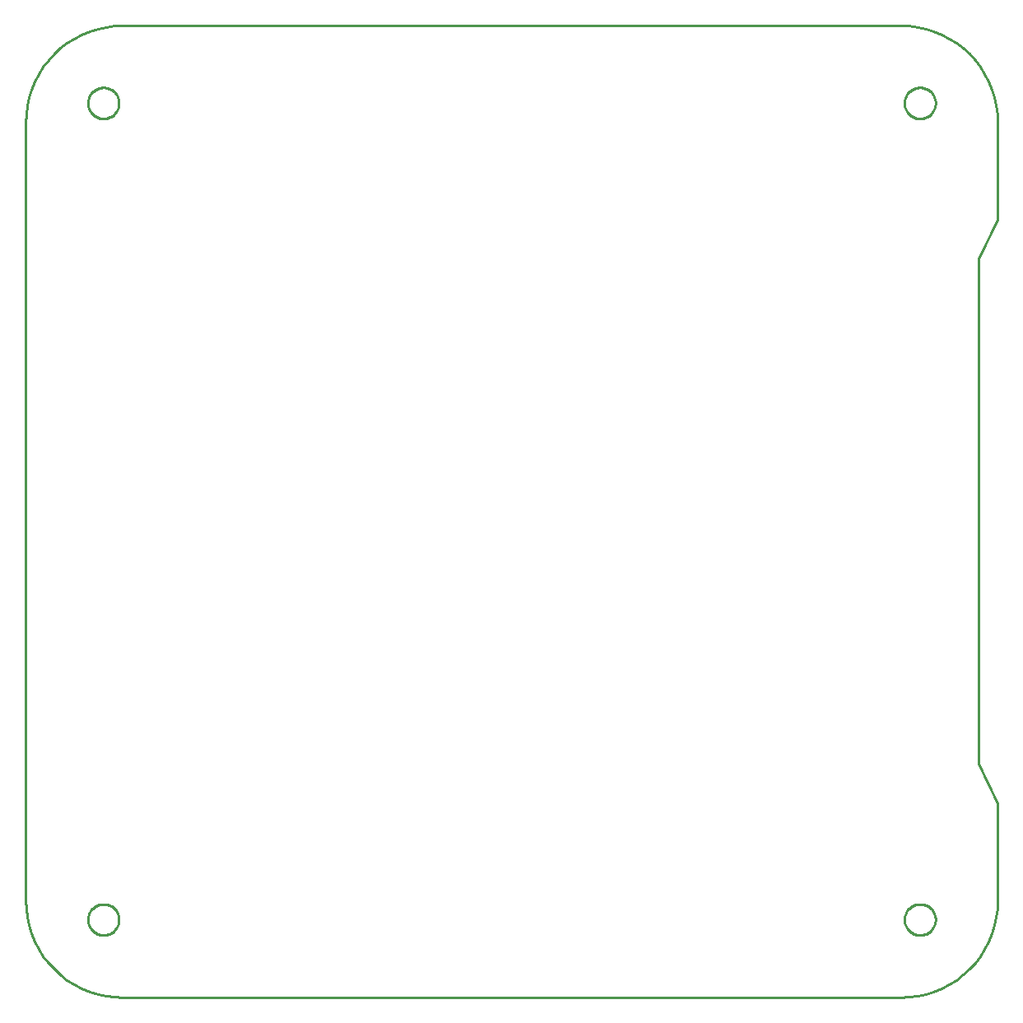
<source format=gbr>
G04 EAGLE Gerber RS-274X export*
G75*
%MOMM*%
%FSLAX34Y34*%
%LPD*%
%IN*%
%IPPOS*%
%AMOC8*
5,1,8,0,0,1.08239X$1,22.5*%
G01*
%ADD10C,0.254000*%


D10*
X0Y100000D02*
X381Y91284D01*
X1519Y82635D01*
X3407Y74118D01*
X6031Y65798D01*
X9369Y57738D01*
X13397Y50000D01*
X18085Y42642D01*
X23396Y35721D01*
X29289Y29289D01*
X35721Y23396D01*
X42642Y18085D01*
X50000Y13397D01*
X57738Y9369D01*
X65798Y6031D01*
X74118Y3407D01*
X82635Y1519D01*
X91284Y381D01*
X100000Y0D01*
X900000Y0D01*
X908716Y381D01*
X917365Y1519D01*
X925882Y3407D01*
X934202Y6031D01*
X942262Y9369D01*
X950000Y13397D01*
X957358Y18085D01*
X964279Y23396D01*
X970711Y29289D01*
X976604Y35721D01*
X981915Y42642D01*
X986603Y50000D01*
X990631Y57738D01*
X993969Y65798D01*
X996593Y74118D01*
X998481Y82635D01*
X999619Y91284D01*
X1000000Y100000D01*
X1000000Y200000D01*
X980000Y240000D01*
X980000Y760000D01*
X1000000Y800000D01*
X1000000Y900000D01*
X999619Y908716D01*
X998481Y917365D01*
X996593Y925882D01*
X993969Y934202D01*
X990631Y942262D01*
X986603Y950000D01*
X981915Y957358D01*
X976604Y964279D01*
X970711Y970711D01*
X964279Y976604D01*
X957358Y981915D01*
X950000Y986603D01*
X942262Y990631D01*
X934202Y993969D01*
X925882Y996593D01*
X917365Y998481D01*
X908716Y999619D01*
X900000Y1000000D01*
X100000Y1000000D01*
X91284Y999619D01*
X82635Y998481D01*
X74118Y996593D01*
X65798Y993969D01*
X57738Y990631D01*
X50000Y986603D01*
X42642Y981915D01*
X35721Y976604D01*
X29289Y970711D01*
X23396Y964279D01*
X18085Y957358D01*
X13397Y950000D01*
X9369Y942262D01*
X6031Y934202D01*
X3407Y925882D01*
X1519Y917365D01*
X381Y908716D01*
X0Y900000D01*
X0Y100000D01*
X96000Y919476D02*
X95932Y918431D01*
X95795Y917392D01*
X95590Y916365D01*
X95319Y915353D01*
X94983Y914361D01*
X94582Y913393D01*
X94118Y912454D01*
X93595Y911546D01*
X93013Y910675D01*
X92375Y909844D01*
X91684Y909057D01*
X90943Y908316D01*
X90156Y907625D01*
X89325Y906988D01*
X88454Y906406D01*
X87546Y905882D01*
X86607Y905418D01*
X85639Y905017D01*
X84647Y904681D01*
X83635Y904410D01*
X82608Y904205D01*
X81569Y904069D01*
X80524Y904000D01*
X79476Y904000D01*
X78431Y904069D01*
X77392Y904205D01*
X76365Y904410D01*
X75353Y904681D01*
X74361Y905017D01*
X73393Y905418D01*
X72454Y905882D01*
X71546Y906406D01*
X70675Y906988D01*
X69844Y907625D01*
X69057Y908316D01*
X68316Y909057D01*
X67625Y909844D01*
X66988Y910675D01*
X66406Y911546D01*
X65882Y912454D01*
X65418Y913393D01*
X65017Y914361D01*
X64681Y915353D01*
X64410Y916365D01*
X64205Y917392D01*
X64069Y918431D01*
X64000Y919476D01*
X64000Y920524D01*
X64069Y921569D01*
X64205Y922608D01*
X64410Y923635D01*
X64681Y924647D01*
X65017Y925639D01*
X65418Y926607D01*
X65882Y927546D01*
X66406Y928454D01*
X66988Y929325D01*
X67625Y930156D01*
X68316Y930943D01*
X69057Y931684D01*
X69844Y932375D01*
X70675Y933013D01*
X71546Y933595D01*
X72454Y934118D01*
X73393Y934582D01*
X74361Y934983D01*
X75353Y935319D01*
X76365Y935590D01*
X77392Y935795D01*
X78431Y935932D01*
X79476Y936000D01*
X80524Y936000D01*
X81569Y935932D01*
X82608Y935795D01*
X83635Y935590D01*
X84647Y935319D01*
X85639Y934983D01*
X86607Y934582D01*
X87546Y934118D01*
X88454Y933595D01*
X89325Y933013D01*
X90156Y932375D01*
X90943Y931684D01*
X91684Y930943D01*
X92375Y930156D01*
X93013Y929325D01*
X93595Y928454D01*
X94118Y927546D01*
X94582Y926607D01*
X94983Y925639D01*
X95319Y924647D01*
X95590Y923635D01*
X95795Y922608D01*
X95932Y921569D01*
X96000Y920524D01*
X96000Y919476D01*
X96000Y79476D02*
X95932Y78431D01*
X95795Y77392D01*
X95590Y76365D01*
X95319Y75353D01*
X94983Y74361D01*
X94582Y73393D01*
X94118Y72454D01*
X93595Y71546D01*
X93013Y70675D01*
X92375Y69844D01*
X91684Y69057D01*
X90943Y68316D01*
X90156Y67625D01*
X89325Y66988D01*
X88454Y66406D01*
X87546Y65882D01*
X86607Y65418D01*
X85639Y65017D01*
X84647Y64681D01*
X83635Y64410D01*
X82608Y64205D01*
X81569Y64069D01*
X80524Y64000D01*
X79476Y64000D01*
X78431Y64069D01*
X77392Y64205D01*
X76365Y64410D01*
X75353Y64681D01*
X74361Y65017D01*
X73393Y65418D01*
X72454Y65882D01*
X71546Y66406D01*
X70675Y66988D01*
X69844Y67625D01*
X69057Y68316D01*
X68316Y69057D01*
X67625Y69844D01*
X66988Y70675D01*
X66406Y71546D01*
X65882Y72454D01*
X65418Y73393D01*
X65017Y74361D01*
X64681Y75353D01*
X64410Y76365D01*
X64205Y77392D01*
X64069Y78431D01*
X64000Y79476D01*
X64000Y80524D01*
X64069Y81569D01*
X64205Y82608D01*
X64410Y83635D01*
X64681Y84647D01*
X65017Y85639D01*
X65418Y86607D01*
X65882Y87546D01*
X66406Y88454D01*
X66988Y89325D01*
X67625Y90156D01*
X68316Y90943D01*
X69057Y91684D01*
X69844Y92375D01*
X70675Y93013D01*
X71546Y93595D01*
X72454Y94118D01*
X73393Y94582D01*
X74361Y94983D01*
X75353Y95319D01*
X76365Y95590D01*
X77392Y95795D01*
X78431Y95932D01*
X79476Y96000D01*
X80524Y96000D01*
X81569Y95932D01*
X82608Y95795D01*
X83635Y95590D01*
X84647Y95319D01*
X85639Y94983D01*
X86607Y94582D01*
X87546Y94118D01*
X88454Y93595D01*
X89325Y93013D01*
X90156Y92375D01*
X90943Y91684D01*
X91684Y90943D01*
X92375Y90156D01*
X93013Y89325D01*
X93595Y88454D01*
X94118Y87546D01*
X94582Y86607D01*
X94983Y85639D01*
X95319Y84647D01*
X95590Y83635D01*
X95795Y82608D01*
X95932Y81569D01*
X96000Y80524D01*
X96000Y79476D01*
X936000Y79476D02*
X935932Y78431D01*
X935795Y77392D01*
X935590Y76365D01*
X935319Y75353D01*
X934983Y74361D01*
X934582Y73393D01*
X934118Y72454D01*
X933595Y71546D01*
X933013Y70675D01*
X932375Y69844D01*
X931684Y69057D01*
X930943Y68316D01*
X930156Y67625D01*
X929325Y66988D01*
X928454Y66406D01*
X927546Y65882D01*
X926607Y65418D01*
X925639Y65017D01*
X924647Y64681D01*
X923635Y64410D01*
X922608Y64205D01*
X921569Y64069D01*
X920524Y64000D01*
X919476Y64000D01*
X918431Y64069D01*
X917392Y64205D01*
X916365Y64410D01*
X915353Y64681D01*
X914361Y65017D01*
X913393Y65418D01*
X912454Y65882D01*
X911546Y66406D01*
X910675Y66988D01*
X909844Y67625D01*
X909057Y68316D01*
X908316Y69057D01*
X907625Y69844D01*
X906988Y70675D01*
X906406Y71546D01*
X905882Y72454D01*
X905418Y73393D01*
X905017Y74361D01*
X904681Y75353D01*
X904410Y76365D01*
X904205Y77392D01*
X904069Y78431D01*
X904000Y79476D01*
X904000Y80524D01*
X904069Y81569D01*
X904205Y82608D01*
X904410Y83635D01*
X904681Y84647D01*
X905017Y85639D01*
X905418Y86607D01*
X905882Y87546D01*
X906406Y88454D01*
X906988Y89325D01*
X907625Y90156D01*
X908316Y90943D01*
X909057Y91684D01*
X909844Y92375D01*
X910675Y93013D01*
X911546Y93595D01*
X912454Y94118D01*
X913393Y94582D01*
X914361Y94983D01*
X915353Y95319D01*
X916365Y95590D01*
X917392Y95795D01*
X918431Y95932D01*
X919476Y96000D01*
X920524Y96000D01*
X921569Y95932D01*
X922608Y95795D01*
X923635Y95590D01*
X924647Y95319D01*
X925639Y94983D01*
X926607Y94582D01*
X927546Y94118D01*
X928454Y93595D01*
X929325Y93013D01*
X930156Y92375D01*
X930943Y91684D01*
X931684Y90943D01*
X932375Y90156D01*
X933013Y89325D01*
X933595Y88454D01*
X934118Y87546D01*
X934582Y86607D01*
X934983Y85639D01*
X935319Y84647D01*
X935590Y83635D01*
X935795Y82608D01*
X935932Y81569D01*
X936000Y80524D01*
X936000Y79476D01*
X936000Y919476D02*
X935932Y918431D01*
X935795Y917392D01*
X935590Y916365D01*
X935319Y915353D01*
X934983Y914361D01*
X934582Y913393D01*
X934118Y912454D01*
X933595Y911546D01*
X933013Y910675D01*
X932375Y909844D01*
X931684Y909057D01*
X930943Y908316D01*
X930156Y907625D01*
X929325Y906988D01*
X928454Y906406D01*
X927546Y905882D01*
X926607Y905418D01*
X925639Y905017D01*
X924647Y904681D01*
X923635Y904410D01*
X922608Y904205D01*
X921569Y904069D01*
X920524Y904000D01*
X919476Y904000D01*
X918431Y904069D01*
X917392Y904205D01*
X916365Y904410D01*
X915353Y904681D01*
X914361Y905017D01*
X913393Y905418D01*
X912454Y905882D01*
X911546Y906406D01*
X910675Y906988D01*
X909844Y907625D01*
X909057Y908316D01*
X908316Y909057D01*
X907625Y909844D01*
X906988Y910675D01*
X906406Y911546D01*
X905882Y912454D01*
X905418Y913393D01*
X905017Y914361D01*
X904681Y915353D01*
X904410Y916365D01*
X904205Y917392D01*
X904069Y918431D01*
X904000Y919476D01*
X904000Y920524D01*
X904069Y921569D01*
X904205Y922608D01*
X904410Y923635D01*
X904681Y924647D01*
X905017Y925639D01*
X905418Y926607D01*
X905882Y927546D01*
X906406Y928454D01*
X906988Y929325D01*
X907625Y930156D01*
X908316Y930943D01*
X909057Y931684D01*
X909844Y932375D01*
X910675Y933013D01*
X911546Y933595D01*
X912454Y934118D01*
X913393Y934582D01*
X914361Y934983D01*
X915353Y935319D01*
X916365Y935590D01*
X917392Y935795D01*
X918431Y935932D01*
X919476Y936000D01*
X920524Y936000D01*
X921569Y935932D01*
X922608Y935795D01*
X923635Y935590D01*
X924647Y935319D01*
X925639Y934983D01*
X926607Y934582D01*
X927546Y934118D01*
X928454Y933595D01*
X929325Y933013D01*
X930156Y932375D01*
X930943Y931684D01*
X931684Y930943D01*
X932375Y930156D01*
X933013Y929325D01*
X933595Y928454D01*
X934118Y927546D01*
X934582Y926607D01*
X934983Y925639D01*
X935319Y924647D01*
X935590Y923635D01*
X935795Y922608D01*
X935932Y921569D01*
X936000Y920524D01*
X936000Y919476D01*
M02*

</source>
